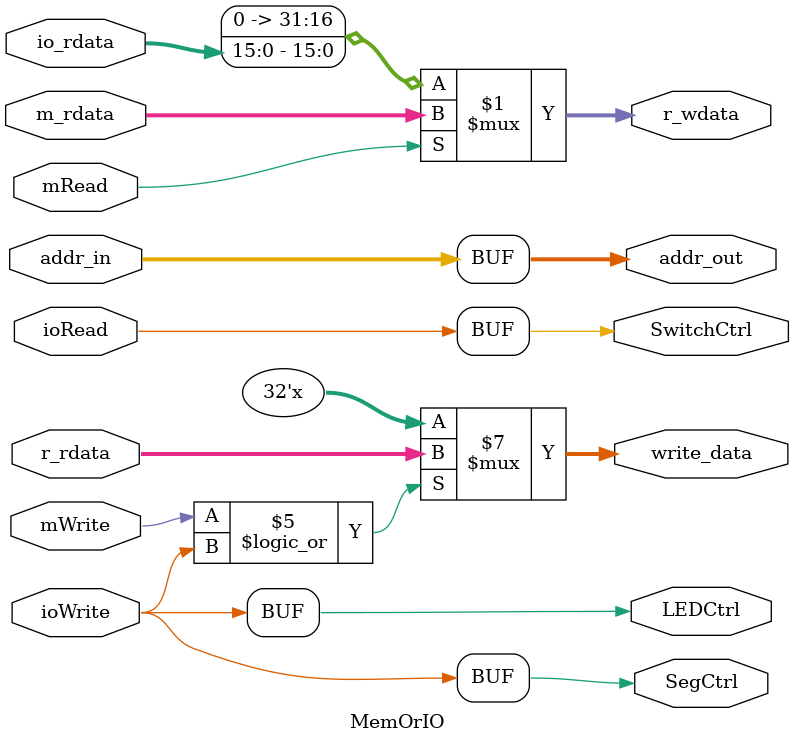
<source format=v>
`timescale 1ns / 1ps


module MemOrIO(mRead, mWrite, ioRead, ioWrite, addr_in, addr_out, m_rdata, io_rdata, r_wdata, r_rdata, write_data, LEDCtrl, SwitchCtrl,SegCtrl);
input mRead; // read memory, from Controller
input mWrite; // write memory, from Controller
input ioRead; // read IO, from Controller
input ioWrite; // write IO, from Controller
input[31:0] addr_in; // from alu_result in ALU
output[31:0] addr_out; // address to Data-Memory
input[31:0] m_rdata; // data read from Data-Memory
input[15:0] io_rdata; // data read from IO,16 bits
output[31:0] r_wdata; // data to Decoder(register file)
input[31:0] r_rdata; // data read from Decoder(register file)
output reg[31:0] write_data; // data to memory or I/O（m_wdata, io_wdata�?
output LEDCtrl; // LED Chip Select, enable signal.
output SwitchCtrl; // Switch Chip Select, enable signal.
output SegCtrl;

assign addr_out= addr_in;
// The data wirte to register file may be from memory or io. 
// While the data is from io, it should be the lower 16bit of r_wdata. 
assign r_wdata = mRead ? m_rdata : {16'b0, io_rdata};
// Chip select signal of Led and Switch are all active high;
assign LEDCtrl = ioWrite;
assign SegCtrl = ioWrite;
assign SwitchCtrl= ioRead;
always @* begin
    if((mWrite==1)||(ioWrite==1))
        //wirte_data could go to either memory or IO. where is it from?
        write_data = r_rdata;
    else
        write_data = 32'hZZZZZZZZ;
end

endmodule

</source>
